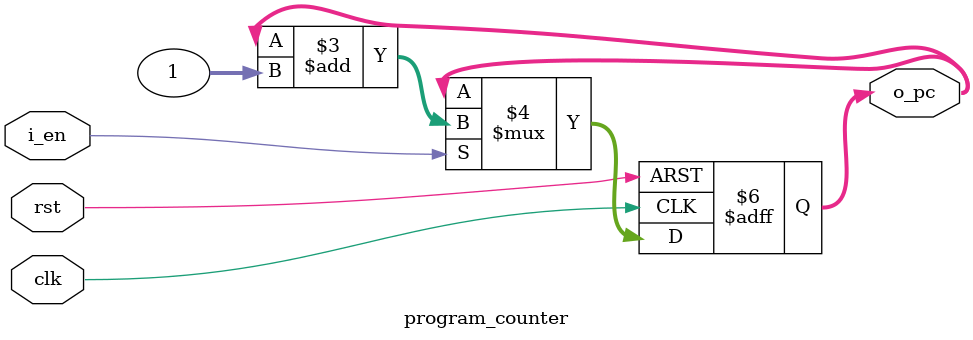
<source format=sv>
module program_counter #(
    parameter WIDTH = 32
)(
    input  logic              clk,    // Clock signal
    input  logic              rst,    // Active-low synchronous reset
    input  logic              i_en,   // Enable (increment)
    output logic  [WIDTH-1:0] o_pc    // Current Program Counter value
);

    always @(posedge clk or negedge rst) begin
        if (!rst) begin
            // Reset PC to the start of memory (usually 0)
            o_pc <= {WIDTH{1'b0}};
        end 
        else if (i_en) begin
            // Normal operation: Increment by 1
            o_pc <= o_pc + 1;
        end
    end
endmodule
</source>
